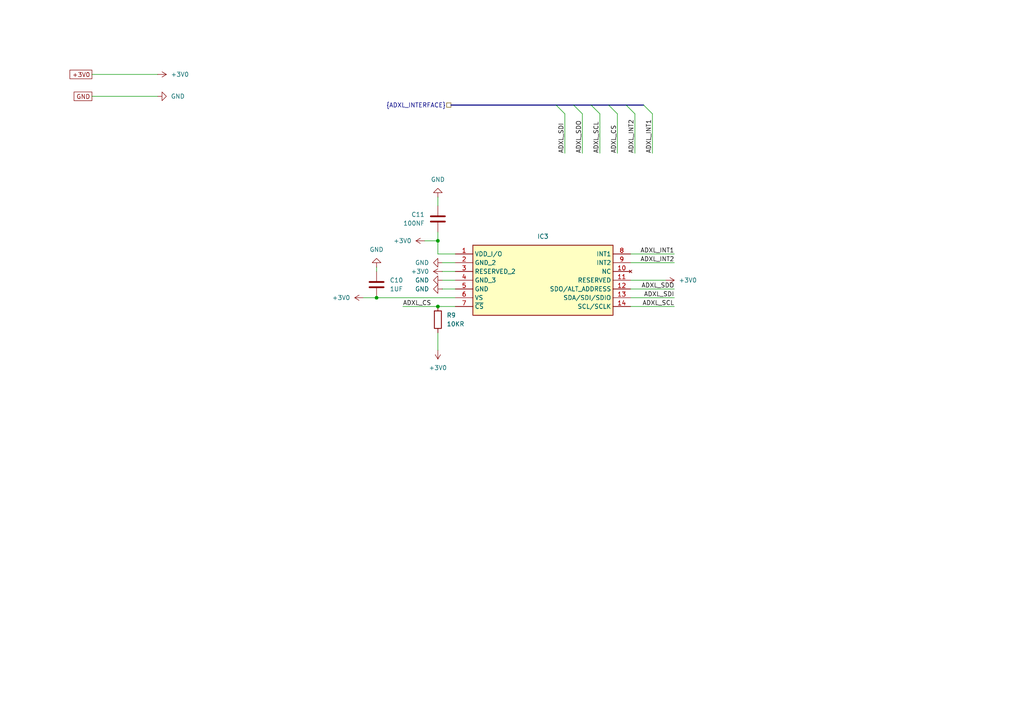
<source format=kicad_sch>
(kicad_sch (version 20250114) (generator "eeschema") (generator_version "9.0")
  (paper "A4")
  (lib_symbols
    (symbol "adrians_favs:SMD_ADXL345BCCZ"
      (property "Reference" "IC" (at 21.59 15.24 0))
      (symbol "SMD_ADXL345BCCZ_1_1"
        (rectangle (start -20.32 10.16) (end 20.32 -10.16) (stroke (width 0.254)) (fill (type background)))
        (pin passive line (at -25.4 7.62 0) (length 5.08) (name "VDD_I/O") (number "1"))
        (pin passive line (at -25.4 5.08 0) (length 5.08) (name "GND_2") (number "2"))
        (pin passive line (at -25.4 2.54 0) (length 5.08) (name "RESERVED_2") (number "3"))
        (pin passive line (at -25.4 0 0) (length 5.08) (name "GND_3") (number "4"))
        (pin passive line (at -25.4 -2.54 0) (length 5.08) (name "GND") (number "5"))
        (pin passive line (at -25.4 -5.08 0) (length 5.08) (name "VS") (number "6"))
        (pin passive line (at -25.4 -7.62 0) (length 5.08) (name "~{CS}") (number "7"))
        (pin passive line (at 25.4 7.62 180) (length 5.08) (name "INT1") (number "8"))
        (pin passive line (at 25.4 5.08 180) (length 5.08) (name "INT2") (number "9"))
        (pin no_connect line (at 25.4 2.54 180) (length 5.08) (name "NC") (number "10"))
        (pin passive line (at 25.4 0 180) (length 5.08) (name "RESERVED") (number "11"))
        (pin passive line (at 25.4 -2.54 180) (length 5.08) (name "SDO/ALT_ADDRESS") (number "12"))
        (pin passive line (at 25.4 -5.08 180) (length 5.08) (name "SDA/SDI/SDIO") (number "13"))
        (pin passive line (at 25.4 -7.62 180) (length 5.08) (name "SCL/SCLK") (number "14"))
      )
    )
    (symbol "adrians_favs:SMD_CAPACITOR_CERAMIC_0603_100NF" (pin_numbers (hide yes)) (pin_names (offset 0.254))
      (property "Reference" "C" (at 0.635 2.54 0))
      (property "Value" "100NF" (at 0.635 -2.54 0))
      (symbol "SMD_CAPACITOR_CERAMIC_0603_100NF_0_1"
        (polyline (pts (xy -2.032 0.762) (xy 2.032 0.762)) (stroke (width 0.508)))
        (polyline (pts (xy -2.032 -0.762) (xy 2.032 -0.762)) (stroke (width 0.508)))
      )
      (symbol "SMD_CAPACITOR_CERAMIC_0603_100NF_1_1"
        (pin passive line (at 0 3.81 270) (length 2.794) (name "~") (number "1"))
        (pin passive line (at 0 -3.81 90) (length 2.794) (name "~") (number "2"))
      )
    )
    (symbol "adrians_favs:SMD_CAPACITOR_TANTALUM_0603_1UF" (pin_numbers (hide yes)) (pin_names (offset 0.254))
      (property "Reference" "C" (at 0.635 2.54 0))
      (property "Value" "1UF" (at 0.635 -2.54 0))
      (symbol "SMD_CAPACITOR_TANTALUM_0603_1UF_0_1"
        (polyline (pts (xy -2.032 0.762) (xy 2.032 0.762)) (stroke (width 0.508)))
        (polyline (pts (xy -2.032 -0.762) (xy 2.032 -0.762)) (stroke (width 0.508)))
      )
      (symbol "SMD_CAPACITOR_TANTALUM_0603_1UF_1_1"
        (pin passive line (at 0 3.81 270) (length 2.794) (name "~") (number "1"))
        (pin passive line (at 0 -3.81 90) (length 2.794) (name "~") (number "2"))
      )
    )
    (symbol "adrians_favs:SMD_RESISTOR_0603_10KR" (pin_numbers (hide yes)) (pin_names (offset 0))
      (property "Reference" "R" (at 0 2.032 0))
      (property "Value" "10KR" (at 0 0 0))
      (symbol "SMD_RESISTOR_0603_10KR_0_1"
        (rectangle (start 2.54 -1.016) (end -2.54 1.016) (stroke (width 0.254)))
      )
      (symbol "SMD_RESISTOR_0603_10KR_1_1"
        (pin passive line (at -3.81 0 0) (length 1.27) (name "~") (number "1"))
        (pin passive line (at 3.81 0 180) (length 1.27) (name "~") (number "2"))
      )
    )
    (symbol "power:+3V0" (power) (pin_numbers (hide yes)) (pin_names (offset 0) (hide yes))
      (property "Value" "+3V0" (at 0 3.556 0))
      (symbol "+3V0_0_1"
        (polyline (pts (xy -0.762 1.27) (xy 0 2.54)))
        (polyline (pts (xy 0 2.54) (xy 0.762 1.27)))
        (polyline (pts (xy 0 0) (xy 0 2.54)))
      )
      (symbol "+3V0_1_1"
        (pin power_in line (at 0 0 90) (length 0) (name "~") (number "1"))
      )
    )
    (symbol "power:GND" (power) (pin_numbers (hide yes)) (pin_names (offset 0) (hide yes))
      (property "Value" "GND" (at 0 -3.81 0))
      (symbol "GND_0_1"
        (polyline (pts (xy 0 0) (xy 0 -1.27) (xy 1.27 -1.27) (xy 0 -2.54) (xy -1.27 -1.27) (xy 0 -1.27)))
      )
      (symbol "GND_1_1"
        (pin power_in line (at 0 0 270) (length 0) (name "~") (number "1"))
      )
    )
  )
  (bus_alias "ADXL_INTERFACE" (members "ADXL_INT1" "ADXL_INT2" "ADXL_CS" "ADXL_SCL" "ADXL_SDO" "ADXL_SDI"))
  (junction (at 109.22 86.36))
  (junction (at 127 69.85))
  (junction (at 127 88.9))
  (bus_entry (at 186.69 30.48) (size 2.54 2.54))
  (bus_entry (at 171.45 30.48) (size 2.54 2.54))
  (bus_entry (at 166.37 30.48) (size 2.54 2.54))
  (bus_entry (at 176.53 30.48) (size 2.54 2.54))
  (bus_entry (at 161.29 30.48) (size 2.54 2.54))
  (bus_entry (at 181.61 30.48) (size 2.54 2.54))
  (wire (pts (xy 182.88 88.9) (xy 195.58 88.9)))
  (wire (pts (xy 127 67.31) (xy 127 69.85)))
  (bus (pts (xy 176.53 30.48) (xy 181.61 30.48)))
  (wire (pts (xy 128.27 76.2) (xy 132.08 76.2)))
  (wire (pts (xy 182.88 86.36) (xy 195.58 86.36)))
  (wire (pts (xy 127 88.9) (xy 132.08 88.9)))
  (wire (pts (xy 189.23 33.02) (xy 189.23 44.45)))
  (wire (pts (xy 168.91 44.45) (xy 168.91 33.02)))
  (wire (pts (xy 128.27 78.74) (xy 132.08 78.74)))
  (wire (pts (xy 182.88 76.2) (xy 195.58 76.2)))
  (wire (pts (xy 182.88 81.28) (xy 193.04 81.28)))
  (wire (pts (xy 127 57.15) (xy 127 59.69)))
  (wire (pts (xy 127 69.85) (xy 127 73.66)))
  (wire (pts (xy 123.19 69.85) (xy 127 69.85)))
  (bus (pts (xy 171.45 30.48) (xy 176.53 30.48)))
  (wire (pts (xy 26.67 27.94) (xy 45.72 27.94)))
  (bus (pts (xy 130.81 30.48) (xy 161.29 30.48)))
  (bus (pts (xy 181.61 30.48) (xy 186.69 30.48)))
  (wire (pts (xy 163.83 33.02) (xy 163.83 44.45)))
  (bus (pts (xy 161.29 30.48) (xy 166.37 30.48)))
  (wire (pts (xy 128.27 83.82) (xy 132.08 83.82)))
  (wire (pts (xy 182.88 73.66) (xy 195.58 73.66)))
  (wire (pts (xy 182.88 83.82) (xy 195.58 83.82)))
  (wire (pts (xy 109.22 77.47) (xy 109.22 78.74)))
  (wire (pts (xy 109.22 86.36) (xy 132.08 86.36)))
  (wire (pts (xy 173.99 33.02) (xy 173.99 44.45)))
  (wire (pts (xy 116.84 88.9) (xy 127 88.9)))
  (wire (pts (xy 128.27 81.28) (xy 132.08 81.28)))
  (wire (pts (xy 105.41 86.36) (xy 109.22 86.36)))
  (wire (pts (xy 184.15 33.02) (xy 184.15 44.45)))
  (wire (pts (xy 26.67 21.59) (xy 45.72 21.59)))
  (wire (pts (xy 127 73.66) (xy 132.08 73.66)))
  (bus (pts (xy 166.37 30.48) (xy 171.45 30.48)))
  (wire (pts (xy 179.07 33.02) (xy 179.07 44.45)))
  (wire (pts (xy 127 96.52) (xy 127 101.6)))
  (label "ADXL_INT1" (at 189.23 44.45 90))
  (label "ADXL_SDO" (at 195.58 83.82 180))
  (label "ADXL_SDO" (at 168.91 44.45 90))
  (label "ADXL_SDI" (at 195.58 86.36 180))
  (label "ADXL_SCL" (at 195.58 88.9 180))
  (label "ADXL_SDI" (at 163.83 44.45 90))
  (label "ADXL_CS" (at 179.07 44.45 90))
  (label "ADXL_CS" (at 116.84 88.9 0))
  (label "ADXL_INT2" (at 184.15 44.45 90))
  (label "ADXL_INT1" (at 195.58 73.66 180))
  (label "ADXL_INT2" (at 195.58 76.2 180))
  (label "ADXL_SCL" (at 173.99 44.45 90))
  (global_label "+3V0" (shape passive) (at 26.67 21.59 180) (property "Intersheetrefs" "${INTERSHEET_REFS}" (effects (hide yes))))
  (global_label "GND" (shape passive) (at 26.67 27.94 180) (property "Intersheetrefs" "${INTERSHEET_REFS}" (effects (hide yes))))
  (hierarchical_label "{ADXL_INTERFACE}" (shape passive) (at 130.81 30.48 180))
  (symbol (lib_id "adrians_favs:SMD_CAPACITOR_CERAMIC_0603_100NF") (at 127 63.5 0) (mirror x) (unit 1)
    (property "Reference" "C11" (at 123.19 62.2299 0) (effects (justify right)))
    (property "Value" "100NF" (at 123.19 64.7699 0) (effects (justify right)))
    (property "Footprint" "adrians_favs:SMD_CAPACITOR_CERAMIC_0603" (effects (hide yes)))
    (property "Datasheet" "https://datasheets.kyocera-avx.com/X7RDielectric.pdf" (effects (hide yes)))
    (property "Description" "SMD 100nF ceramic capacitor in 0603 form-factor." (effects (hide yes)))
    (property "Store" "https://mou.sr/4sgzoML" (effects (hide yes)))
    (property "MFG" "KYOCERA AVX" (effects (hide yes)))
    (property "MFG P/N" "06031C104MAT2A" (effects (hide yes)))
  )
  (symbol (lib_id "power:GND") (at 45.72 27.94 90) (unit 1)
    (property "Reference" "#PWR062" (effects (hide yes)))
    (property "Value" "GND" (at 49.53 27.9399 90) (effects (justify right)))
    (property "Description" "Power symbol creates a global label with name \"GND\" , ground" (effects (hide yes)))
  )
  (symbol (lib_id "adrians_favs:SMD_CAPACITOR_TANTALUM_0603_1UF") (at 109.22 82.55 0) (unit 1)
    (property "Reference" "C10" (at 113.03 81.2799 0) (effects (justify left)))
    (property "Value" "1UF" (at 113.03 83.8199 0) (effects (justify left)))
    (property "Footprint" "adrians_favs:SMD_CAPACITOR_TANTALUM_0603_1UF" (effects (hide yes)))
    (property "Datasheet" "https://datasheets.kyocera-avx.com/TAC.pdf" (effects (hide yes)))
    (property "Description" "SMD 1uF tantalum capacitor in 0603 form-factor." (effects (hide yes)))
    (property "Store" "https://mou.sr/4q5K12Q" (effects (hide yes)))
    (property "MFG" "KYOCERA AVX" (effects (hide yes)))
    (property "MFG P/N" "TACL105K010FTA" (effects (hide yes)))
  )
  (symbol (lib_id "power:GND") (at 128.27 76.2 270) (unit 1)
    (property "Reference" "#PWR067" (effects (hide yes)))
    (property "Value" "GND" (at 124.46 76.1999 90) (effects (justify right)))
    (property "Description" "Power symbol creates a global label with name \"GND\" , ground" (effects (hide yes)))
  )
  (symbol (lib_id "power:+3V0") (at 45.72 21.59 270) (unit 1)
    (property "Reference" "#PWR061" (effects (hide yes)))
    (property "Value" "+3V0" (at 49.53 21.5899 90) (effects (justify left)))
    (property "Description" "Power symbol creates a global label with name \"+3V0\"" (effects (hide yes)))
  )
  (symbol (lib_id "power:+3V0") (at 128.27 78.74 90) (unit 1)
    (property "Reference" "#PWR068" (effects (hide yes)))
    (property "Value" "+3V0" (at 124.46 78.7399 90) (effects (justify left)))
    (property "Description" "Power symbol creates a global label with name \"+3V0\"" (effects (hide yes)))
  )
  (symbol (lib_id "power:+3V0") (at 105.41 86.36 90) (unit 1)
    (property "Reference" "#PWR063" (effects (hide yes)))
    (property "Value" "+3V0" (at 101.6 86.3599 90) (effects (justify left)))
    (property "Description" "Power symbol creates a global label with name \"+3V0\"" (effects (hide yes)))
  )
  (symbol (lib_id "adrians_favs:SMD_ADXL345BCCZ") (at 157.48 81.28 0) (unit 1)
    (property "Reference" "IC3" (at 157.48 68.58 0))
    (property "Value" "SMD_ADXL345BCCZ" (effects (hide yes)))
    (property "Footprint" "adrians_favs:SMD_ADXL345BCCZ" (effects (hide yes)))
    (property "Datasheet" "https://www.mouser.ca/datasheet/3/1014/1/5EB6D493A261F4A83E1FA0AE2BA84ED391EF50A03F09427C365C2A225C2ED909.pdf" (effects (hide yes)))
    (property "Description" "ADXL345BCCZ accelerometer IC." (effects (hide yes)))
    (property "Store" "https://mou.sr/4qgWWzb" (effects (hide yes)))
    (property "MFG" "Analog Devices" (effects (hide yes)))
    (property "MFG P/N" "ADXL345BCCZ" (effects (hide yes)))
  )
  (symbol (lib_id "power:GND") (at 109.22 77.47 180) (unit 1)
    (property "Reference" "#PWR064" (effects (hide yes)))
    (property "Value" "GND" (at 109.22 72.39 0))
    (property "Description" "Power symbol creates a global label with name \"GND\" , ground" (effects (hide yes)))
  )
  (symbol (lib_id "power:GND") (at 128.27 83.82 270) (unit 1)
    (property "Reference" "#PWR065" (effects (hide yes)))
    (property "Value" "GND" (at 124.46 83.8199 90) (effects (justify right)))
    (property "Description" "Power symbol creates a global label with name \"GND\" , ground" (effects (hide yes)))
  )
  (symbol (lib_id "power:GND") (at 127 57.15 180) (unit 1)
    (property "Reference" "#PWR070" (effects (hide yes)))
    (property "Value" "GND" (at 127 52.07 0))
    (property "Description" "Power symbol creates a global label with name \"GND\" , ground" (effects (hide yes)))
  )
  (symbol (lib_id "power:+3V0") (at 127 101.6 180) (unit 1)
    (property "Reference" "#PWR072" (effects (hide yes)))
    (property "Value" "+3V0" (at 127 106.68 0))
    (property "Description" "Power symbol creates a global label with name \"+3V0\"" (effects (hide yes)))
  )
  (symbol (lib_id "power:+3V0") (at 123.19 69.85 90) (unit 1)
    (property "Reference" "#PWR069" (effects (hide yes)))
    (property "Value" "+3V0" (at 119.38 69.8499 90) (effects (justify left)))
    (property "Description" "Power symbol creates a global label with name \"+3V0\"" (effects (hide yes)))
  )
  (symbol (lib_id "power:+3V0") (at 193.04 81.28 270) (unit 1)
    (property "Reference" "#PWR071" (effects (hide yes)))
    (property "Value" "+3V0" (at 196.85 81.2799 90) (effects (justify left)))
    (property "Description" "Power symbol creates a global label with name \"+3V0\"" (effects (hide yes)))
  )
  (symbol (lib_id "power:GND") (at 128.27 81.28 270) (unit 1)
    (property "Reference" "#PWR066" (effects (hide yes)))
    (property "Value" "GND" (at 124.46 81.2799 90) (effects (justify right)))
    (property "Description" "Power symbol creates a global label with name \"GND\" , ground" (effects (hide yes)))
  )
  (symbol (lib_id "adrians_favs:SMD_RESISTOR_0603_10KR") (at 127 92.71 90) (unit 1)
    (property "Reference" "R9" (at 129.54 91.4399 90) (effects (justify right)))
    (property "Value" "10KR" (at 129.54 93.9799 90) (effects (justify right)))
    (property "Footprint" "adrians_favs:SMD_RESISTOR_0603" (effects (hide yes)))
    (property "Datasheet" "https://www.vishay.com/docs/20037/rcae3.pdf" (effects (hide yes)))
    (property "Description" "SMD 10KΩ resistor in 0603 form-factor." (effects (hide yes)))
    (property "Store" "https://mou.sr/4iWw44S" (effects (hide yes)))
    (property "MFG" "Vishay / Draloric" (effects (hide yes)))
    (property "MFG P/N" "RCA060310K0JNEA" (effects (hide yes)))
  )
)
</source>
